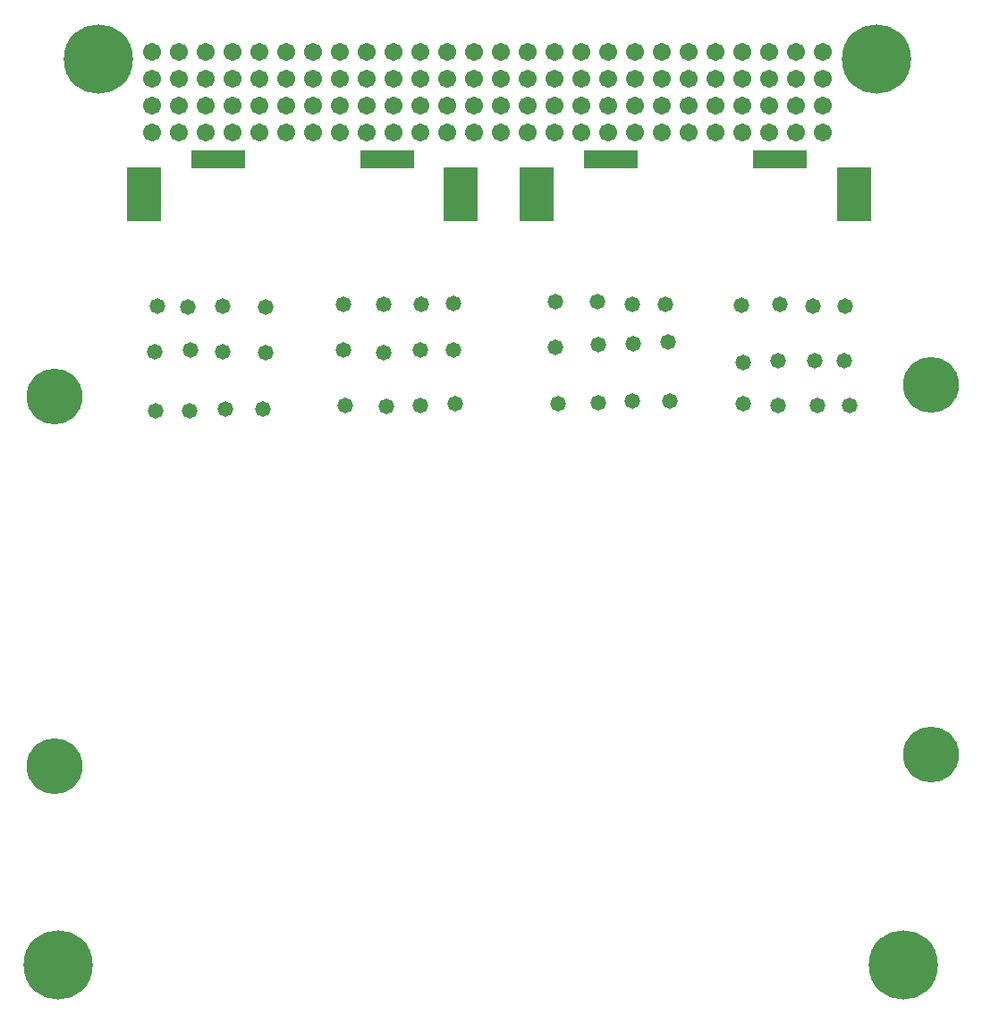
<source format=gbs>
%FSLAX44Y44*%
%MOMM*%
G71*
G01*
G75*
G04 Layer_Color=16711935*
%ADD10R,5.0000X1.5000*%
%ADD11R,3.0000X5.0000*%
%ADD12C,0.2540*%
%ADD13C,1.2700*%
%ADD14C,2.5400*%
%ADD15C,6.3500*%
%ADD16C,5.0800*%
%ADD17C,1.5000*%
%ADD18C,1.2700*%
%ADD19C,1.0160*%
%ADD20C,4.1910*%
%ADD21C,4.0160*%
%ADD22C,1.9160*%
G04:AMPARAMS|DCode=23|XSize=2.424mm|YSize=2.424mm|CornerRadius=0mm|HoleSize=0mm|Usage=FLASHONLY|Rotation=0.000|XOffset=0mm|YOffset=0mm|HoleType=Round|Shape=Relief|Width=0.254mm|Gap=0.254mm|Entries=4|*
%AMTHD23*
7,0,0,2.4240,1.9160,0.2540,45*
%
%ADD23THD23*%
G04:AMPARAMS|DCode=24|XSize=2.2352mm|YSize=2.2352mm|CornerRadius=0mm|HoleSize=0mm|Usage=FLASHONLY|Rotation=0.000|XOffset=0mm|YOffset=0mm|HoleType=Round|Shape=Relief|Width=0.254mm|Gap=0.254mm|Entries=4|*
%AMTHD24*
7,0,0,2.2352,1.7272,0.2540,45*
%
%ADD24THD24*%
%ADD25C,1.7272*%
%ADD26R,5.2032X1.7032*%
%ADD27R,3.2032X5.2032*%
%ADD28C,6.5532*%
%ADD29C,5.2832*%
%ADD30C,1.7032*%
%ADD31C,1.4732*%
D26*
X565300Y812780D02*
D03*
X725300D02*
D03*
X193190D02*
D03*
X353190D02*
D03*
D27*
X495300Y779780D02*
D03*
X795300D02*
D03*
X123190D02*
D03*
X423190D02*
D03*
D28*
X80010Y908050D02*
D03*
X842010Y50800D02*
D03*
X41910D02*
D03*
X816610Y908050D02*
D03*
D29*
X38810Y238790D02*
D03*
Y588265D02*
D03*
X867970Y250220D02*
D03*
Y599695D02*
D03*
D30*
X130810Y863600D02*
D03*
Y838200D02*
D03*
X156210D02*
D03*
X181610D02*
D03*
X207010D02*
D03*
X232410D02*
D03*
X257810D02*
D03*
X283210D02*
D03*
X308610D02*
D03*
X334010D02*
D03*
X359410D02*
D03*
X384810D02*
D03*
X410210D02*
D03*
X435610D02*
D03*
X461010D02*
D03*
X486410D02*
D03*
X511810D02*
D03*
X537210D02*
D03*
X562610D02*
D03*
X588010D02*
D03*
X613410D02*
D03*
X638810D02*
D03*
X664210D02*
D03*
X689610D02*
D03*
X715010D02*
D03*
X740410D02*
D03*
X765810D02*
D03*
X156210Y863600D02*
D03*
X181610D02*
D03*
X207010D02*
D03*
X232410D02*
D03*
X257810D02*
D03*
X283210D02*
D03*
X308610D02*
D03*
X334010D02*
D03*
X359410D02*
D03*
X384810D02*
D03*
X410210D02*
D03*
X435610D02*
D03*
X461010D02*
D03*
X486410D02*
D03*
X511810D02*
D03*
X537210D02*
D03*
X562610D02*
D03*
X588010D02*
D03*
X613410D02*
D03*
X638810D02*
D03*
X664210D02*
D03*
X689610D02*
D03*
X715010D02*
D03*
X740410D02*
D03*
X765810D02*
D03*
X130810Y914400D02*
D03*
Y889000D02*
D03*
X156210D02*
D03*
X181610D02*
D03*
X207010D02*
D03*
X232410D02*
D03*
X257810D02*
D03*
X283210D02*
D03*
X308610D02*
D03*
X334010D02*
D03*
X359410D02*
D03*
X384810D02*
D03*
X410210D02*
D03*
X435610D02*
D03*
X461010D02*
D03*
X486410D02*
D03*
X511810D02*
D03*
X537210D02*
D03*
X562610D02*
D03*
X588010D02*
D03*
X613410D02*
D03*
X638810D02*
D03*
X664210D02*
D03*
X689610D02*
D03*
X715010D02*
D03*
X740410D02*
D03*
X765810D02*
D03*
X156210Y914400D02*
D03*
X181610D02*
D03*
X207010D02*
D03*
X232410D02*
D03*
X257810D02*
D03*
X283210D02*
D03*
X308610D02*
D03*
X334010D02*
D03*
X359410D02*
D03*
X384810D02*
D03*
X410210D02*
D03*
X435610D02*
D03*
X461010D02*
D03*
X486410D02*
D03*
X511810D02*
D03*
X537210D02*
D03*
X562610D02*
D03*
X588010D02*
D03*
X613410D02*
D03*
X638810D02*
D03*
X664210D02*
D03*
X689610D02*
D03*
X715010D02*
D03*
X740410D02*
D03*
X765810D02*
D03*
D31*
X787400Y674370D02*
D03*
X786130Y622300D02*
D03*
X791210Y580390D02*
D03*
X756830Y674370D02*
D03*
X758190Y622300D02*
D03*
X760730Y580390D02*
D03*
X552450Y678180D02*
D03*
X553720Y637540D02*
D03*
Y582930D02*
D03*
X513080Y678180D02*
D03*
Y635000D02*
D03*
X515620Y581660D02*
D03*
X416560Y676910D02*
D03*
Y632460D02*
D03*
X417830Y581660D02*
D03*
X386080Y675640D02*
D03*
X384810Y632460D02*
D03*
Y580390D02*
D03*
X166370Y575310D02*
D03*
X167640Y632460D02*
D03*
X165100Y673100D02*
D03*
X133350Y631190D02*
D03*
X134620Y575310D02*
D03*
X135890Y674370D02*
D03*
X200660Y576580D02*
D03*
X198120Y631190D02*
D03*
Y674370D02*
D03*
X236220Y576580D02*
D03*
X238760Y629920D02*
D03*
Y673100D02*
D03*
X313690Y580390D02*
D03*
X312420Y632460D02*
D03*
Y675640D02*
D03*
X353060Y579120D02*
D03*
X350520Y629920D02*
D03*
Y675640D02*
D03*
X585470Y584200D02*
D03*
X586740Y638810D02*
D03*
X585470Y675640D02*
D03*
X621030Y584200D02*
D03*
X619760Y640080D02*
D03*
X617220Y675640D02*
D03*
X690880Y581660D02*
D03*
Y621030D02*
D03*
X688937Y674515D02*
D03*
X723900Y580390D02*
D03*
Y622300D02*
D03*
X725170Y675640D02*
D03*
M02*

</source>
